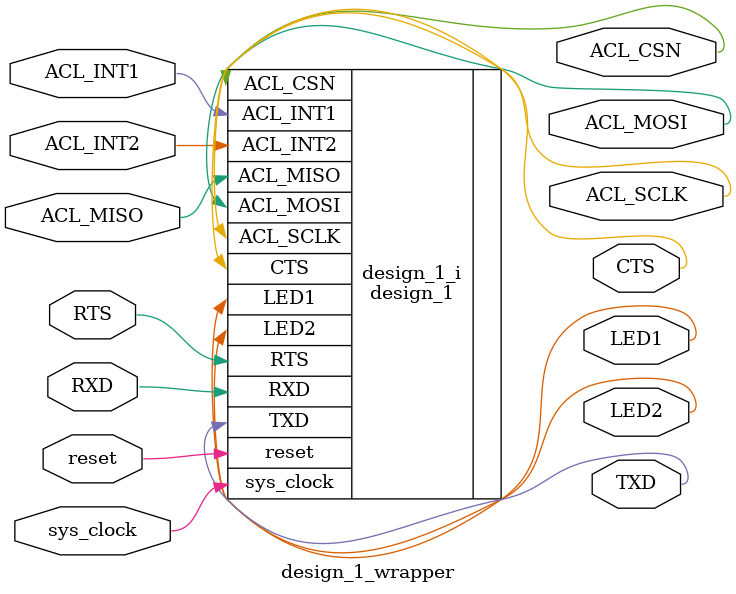
<source format=v>
`timescale 1 ps / 1 ps

module design_1_wrapper
   (ACL_CSN,
    ACL_INT1,
    ACL_INT2,
    ACL_MISO,
    ACL_MOSI,
    ACL_SCLK,
    CTS,
    LED1,
    LED2,
    RTS,
    RXD,
    TXD,
    reset,
    sys_clock);
  output ACL_CSN;
  input ACL_INT1;
  input ACL_INT2;
  input ACL_MISO;
  output ACL_MOSI;
  output ACL_SCLK;
  output CTS;
  output LED1;
  output LED2;
  input RTS;
  input RXD;
  output TXD;
  input reset;
  input sys_clock;

  wire ACL_CSN;
  wire ACL_INT1;
  wire ACL_INT2;
  wire ACL_MISO;
  wire ACL_MOSI;
  wire ACL_SCLK;
  wire CTS;
  wire LED1;
  wire LED2;
  wire RTS;
  wire RXD;
  wire TXD;
  wire reset;
  wire sys_clock;

  design_1 design_1_i
       (.ACL_CSN(ACL_CSN),
        .ACL_INT1(ACL_INT1),
        .ACL_INT2(ACL_INT2),
        .ACL_MISO(ACL_MISO),
        .ACL_MOSI(ACL_MOSI),
        .ACL_SCLK(ACL_SCLK),
        .CTS(CTS),
        .LED1(LED1),
        .LED2(LED2),
        .RTS(RTS),
        .RXD(RXD),
        .TXD(TXD),
        .reset(reset),
        .sys_clock(sys_clock));
endmodule

</source>
